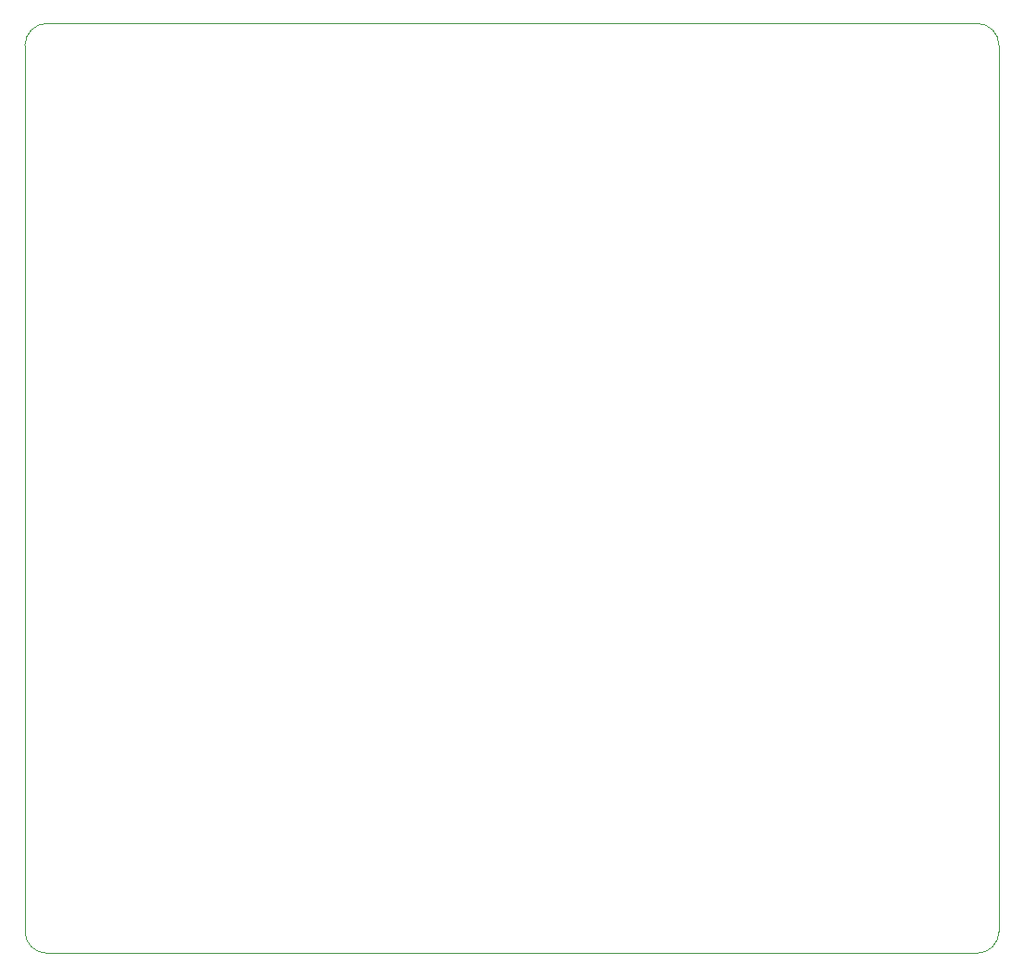
<source format=gbr>
G04 #@! TF.GenerationSoftware,KiCad,Pcbnew,7.0.2*
G04 #@! TF.CreationDate,2023-07-08T17:01:21+08:00*
G04 #@! TF.ProjectId,HPM1500_DDR3_CORE_RevB,48504d31-3530-4305-9f44-4452335f434f,rev?*
G04 #@! TF.SameCoordinates,Original*
G04 #@! TF.FileFunction,Profile,NP*
%FSLAX46Y46*%
G04 Gerber Fmt 4.6, Leading zero omitted, Abs format (unit mm)*
G04 Created by KiCad (PCBNEW 7.0.2) date 2023-07-08 17:01:21*
%MOMM*%
%LPD*%
G01*
G04 APERTURE LIST*
G04 #@! TA.AperFunction,Profile*
%ADD10C,0.100000*%
G04 #@! TD*
G04 APERTURE END LIST*
D10*
X107445000Y-59545000D02*
X107445000Y-138045000D01*
X196440000Y-64545000D02*
X196440000Y-59545000D01*
X194425000Y-142545044D02*
G75*
G03*
X196440000Y-140545000I14900J2000044D01*
G01*
X109460000Y-57544956D02*
G75*
G03*
X107445000Y-59545000I-14900J-2000044D01*
G01*
X107445000Y-140545000D02*
G75*
G03*
X109445000Y-142545000I2000000J0D01*
G01*
X107445000Y-138045000D02*
X107445000Y-140545000D01*
X194440000Y-57545000D02*
X109460000Y-57545000D01*
X196440000Y-59545000D02*
G75*
G03*
X194440000Y-57545000I-2000000J0D01*
G01*
X109445000Y-142545000D02*
X194425000Y-142545000D01*
X196440000Y-140545000D02*
X196440000Y-64545000D01*
M02*

</source>
